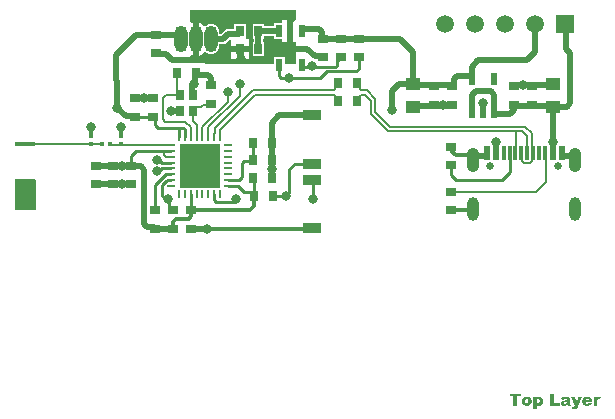
<source format=gtl>
G04*
G04 #@! TF.GenerationSoftware,Altium Limited,Altium Designer,24.0.1 (36)*
G04*
G04 Layer_Physical_Order=1*
G04 Layer_Color=255*
%FSLAX44Y44*%
%MOMM*%
G71*
G04*
G04 #@! TF.SameCoordinates,F64AAE0E-53C9-4E3E-96B2-16B86AA6748B*
G04*
G04*
G04 #@! TF.FilePolarity,Positive*
G04*
G01*
G75*
%ADD10C,0.2500*%
%ADD11C,0.2000*%
%ADD12C,0.3000*%
%ADD18R,0.6000X1.1000*%
%ADD19R,0.7000X0.9000*%
%ADD20R,0.3500X0.3500*%
%ADD21R,1.3000X1.0000*%
%ADD22R,0.9000X0.7000*%
%ADD23R,0.6000X1.1000*%
%ADD24O,0.7500X0.2500*%
%ADD25O,0.2500X0.7500*%
%ADD26R,3.5000X3.8000*%
%ADD27R,1.6000X0.9000*%
%ADD28R,0.3500X0.3500*%
%ADD29R,0.7500X0.8500*%
%ADD30R,1.8000X0.4000*%
%ADD31R,0.3000X1.1500*%
%ADD32R,0.6000X1.1500*%
%ADD56C,0.5000*%
%ADD57C,0.1908*%
%ADD58R,1.5000X1.5000*%
%ADD59C,1.5000*%
%ADD60O,1.1080X2.2600*%
%ADD61C,0.6500*%
%ADD62O,1.0500X2.1000*%
%ADD63O,1.0000X2.0000*%
%ADD64C,0.8000*%
%ADD65C,0.7000*%
G36*
X29494Y50500D02*
X11529D01*
Y25500D01*
X29494D01*
Y50500D01*
D02*
G37*
G36*
X250000Y186250D02*
X247500D01*
Y176750D01*
Y167250D01*
X250000D01*
Y155274D01*
X249976D01*
Y149000D01*
X240024D01*
Y155274D01*
X230976D01*
Y149000D01*
X172400D01*
Y149500D01*
X160000D01*
Y156013D01*
X161270Y156682D01*
X162600Y156131D01*
Y170099D01*
Y184067D01*
X161270Y183516D01*
X160000Y184185D01*
Y195000D01*
X250000D01*
Y186250D01*
D02*
G37*
G36*
X455824Y-132683D02*
X455935D01*
X456046Y-132696D01*
X456198Y-132724D01*
X456351Y-132766D01*
X456517Y-132807D01*
X456697Y-132877D01*
X456892Y-132946D01*
X457072Y-133043D01*
X457266Y-133154D01*
X457446Y-133279D01*
X457627Y-133431D01*
X457807Y-133612D01*
X457959Y-133806D01*
X457973Y-133820D01*
X458001Y-133861D01*
X458029Y-133917D01*
X458084Y-134000D01*
X458154Y-134111D01*
X458223Y-134250D01*
X458292Y-134402D01*
X458376Y-134569D01*
X458445Y-134763D01*
X458514Y-134971D01*
X458583Y-135207D01*
X458653Y-135456D01*
X458708Y-135706D01*
X458736Y-135983D01*
X458764Y-136274D01*
X458778Y-136580D01*
Y-136593D01*
Y-136663D01*
Y-136760D01*
X458764Y-136885D01*
X458750Y-137037D01*
X458736Y-137204D01*
X458708Y-137412D01*
X458667Y-137620D01*
X458556Y-138063D01*
X458486Y-138299D01*
X458403Y-138535D01*
X458306Y-138757D01*
X458181Y-138979D01*
X458043Y-139187D01*
X457890Y-139381D01*
X457876Y-139395D01*
X457849Y-139423D01*
X457807Y-139464D01*
X457738Y-139534D01*
X457640Y-139603D01*
X457543Y-139686D01*
X457419Y-139769D01*
X457280Y-139853D01*
X457127Y-139950D01*
X456961Y-140033D01*
X456781Y-140116D01*
X456586Y-140185D01*
X456378Y-140255D01*
X456157Y-140296D01*
X455921Y-140324D01*
X455671Y-140338D01*
X455560D01*
X455435Y-140324D01*
X455283Y-140310D01*
X455089Y-140282D01*
X454894Y-140241D01*
X454687Y-140185D01*
X454478Y-140116D01*
X454451Y-140102D01*
X454395Y-140074D01*
X454284Y-140019D01*
X454160Y-139950D01*
X454021Y-139853D01*
X453854Y-139742D01*
X453702Y-139617D01*
X453535Y-139464D01*
Y-142959D01*
X450692D01*
Y-132835D01*
X453327D01*
Y-133917D01*
X453355Y-133903D01*
X453424Y-133820D01*
X453521Y-133695D01*
X453660Y-133556D01*
X453813Y-133404D01*
X453979Y-133251D01*
X454146Y-133112D01*
X454326Y-133001D01*
X454340D01*
X454354Y-132988D01*
X454437Y-132946D01*
X454562Y-132891D01*
X454728Y-132835D01*
X454922Y-132780D01*
X455158Y-132724D01*
X455408Y-132683D01*
X455685Y-132669D01*
X455754D01*
X455824Y-132683D01*
D02*
G37*
G36*
X506513D02*
X506679Y-132710D01*
X506887Y-132766D01*
X507123Y-132835D01*
X507373Y-132932D01*
X507650Y-133057D01*
X506776Y-135068D01*
X506749Y-135054D01*
X506693Y-135040D01*
X506610Y-134999D01*
X506485Y-134957D01*
X506235Y-134888D01*
X506110Y-134874D01*
X505986Y-134860D01*
X505889D01*
X505792Y-134888D01*
X505667Y-134915D01*
X505528Y-134971D01*
X505389Y-135054D01*
X505251Y-135165D01*
X505126Y-135317D01*
Y-135331D01*
X505112Y-135345D01*
X505084Y-135387D01*
X505056Y-135442D01*
X505029Y-135526D01*
X504987Y-135609D01*
X504946Y-135734D01*
X504918Y-135858D01*
X504876Y-136011D01*
X504835Y-136191D01*
X504793Y-136385D01*
X504765Y-136607D01*
X504738Y-136843D01*
X504710Y-137107D01*
X504696Y-137398D01*
Y-137717D01*
Y-140171D01*
X501867D01*
Y-132835D01*
X504502D01*
Y-134028D01*
X504516Y-134014D01*
X504543Y-133972D01*
X504571Y-133917D01*
X504641Y-133778D01*
X504738Y-133612D01*
X504862Y-133445D01*
X504987Y-133265D01*
X505126Y-133099D01*
X505278Y-132974D01*
X505292Y-132960D01*
X505348Y-132932D01*
X505431Y-132877D01*
X505556Y-132821D01*
X505695Y-132766D01*
X505875Y-132710D01*
X506069Y-132683D01*
X506277Y-132669D01*
X506388D01*
X506513Y-132683D01*
D02*
G37*
G36*
X488678Y-140671D02*
Y-140685D01*
X488650Y-140726D01*
X488623Y-140796D01*
X488595Y-140879D01*
X488553Y-140990D01*
X488498Y-141115D01*
X488359Y-141392D01*
X488206Y-141697D01*
X488040Y-141988D01*
X487860Y-142266D01*
X487763Y-142377D01*
X487665Y-142474D01*
X487652Y-142487D01*
X487638Y-142501D01*
X487582Y-142529D01*
X487527Y-142571D01*
X487444Y-142626D01*
X487360Y-142682D01*
X487236Y-142737D01*
X487111Y-142807D01*
X486958Y-142862D01*
X486792Y-142931D01*
X486612Y-142987D01*
X486417Y-143028D01*
X486195Y-143084D01*
X485960Y-143112D01*
X485710Y-143125D01*
X485433Y-143139D01*
X485252D01*
X485169Y-143125D01*
X485072D01*
X484975Y-143112D01*
X484850D01*
X484698Y-143098D01*
X484545Y-143084D01*
X484379Y-143070D01*
X484198Y-143056D01*
X483990Y-143028D01*
X483782Y-143001D01*
X483547Y-142973D01*
X483339Y-141004D01*
X483353D01*
X483366Y-141017D01*
X483450Y-141031D01*
X483560Y-141059D01*
X483727Y-141101D01*
X483935Y-141142D01*
X484157Y-141170D01*
X484407Y-141184D01*
X484684Y-141198D01*
X484767D01*
X484864Y-141184D01*
X484975Y-141170D01*
X485100Y-141142D01*
X485239Y-141101D01*
X485363Y-141045D01*
X485488Y-140962D01*
X485502Y-140948D01*
X485544Y-140920D01*
X485599Y-140865D01*
X485668Y-140782D01*
X485752Y-140671D01*
X485835Y-140532D01*
X485932Y-140366D01*
X486015Y-140171D01*
X482936Y-132835D01*
X485904D01*
X487416Y-137731D01*
X488830Y-132835D01*
X491604D01*
X488678Y-140671D01*
D02*
G37*
G36*
X478415Y-132683D02*
X478693D01*
X479025Y-132710D01*
X479358Y-132738D01*
X479691Y-132766D01*
X479996Y-132821D01*
X480038D01*
X480066Y-132835D01*
X480121Y-132849D01*
X480274Y-132891D01*
X480454Y-132946D01*
X480648Y-133029D01*
X480870Y-133126D01*
X481078Y-133251D01*
X481286Y-133404D01*
X481300Y-133418D01*
X481342Y-133459D01*
X481411Y-133528D01*
X481494Y-133639D01*
X481577Y-133764D01*
X481674Y-133917D01*
X481772Y-134083D01*
X481855Y-134291D01*
X481869Y-134319D01*
X481882Y-134388D01*
X481924Y-134499D01*
X481966Y-134638D01*
X481993Y-134804D01*
X482035Y-134985D01*
X482049Y-135179D01*
X482063Y-135373D01*
Y-138618D01*
Y-138646D01*
Y-138701D01*
Y-138799D01*
X482077Y-138910D01*
Y-139048D01*
X482090Y-139173D01*
X482104Y-139312D01*
X482118Y-139436D01*
Y-139450D01*
X482132Y-139492D01*
X482146Y-139547D01*
X482188Y-139631D01*
X482215Y-139742D01*
X482271Y-139866D01*
X482340Y-140019D01*
X482409Y-140171D01*
X479774D01*
Y-140158D01*
X479747Y-140130D01*
X479719Y-140074D01*
X479691Y-140019D01*
X479608Y-139866D01*
X479552Y-139742D01*
Y-139728D01*
Y-139714D01*
X479539Y-139672D01*
X479525Y-139631D01*
X479511Y-139561D01*
X479497Y-139478D01*
X479483Y-139381D01*
X479469Y-139270D01*
X479442Y-139298D01*
X479372Y-139353D01*
X479261Y-139450D01*
X479123Y-139561D01*
X478956Y-139700D01*
X478762Y-139825D01*
X478568Y-139936D01*
X478360Y-140033D01*
X478346D01*
X478332Y-140047D01*
X478290Y-140061D01*
X478221Y-140074D01*
X478152Y-140102D01*
X478069Y-140130D01*
X477861Y-140185D01*
X477611Y-140241D01*
X477320Y-140296D01*
X476987Y-140324D01*
X476626Y-140338D01*
X476502D01*
X476404Y-140324D01*
X476307D01*
X476169Y-140310D01*
X475877Y-140269D01*
X475558Y-140185D01*
X475226Y-140088D01*
X474907Y-139936D01*
X474768Y-139853D01*
X474629Y-139742D01*
X474615Y-139728D01*
X474602Y-139714D01*
X474518Y-139631D01*
X474421Y-139506D01*
X474296Y-139326D01*
X474172Y-139104D01*
X474061Y-138854D01*
X473977Y-138563D01*
X473964Y-138410D01*
X473950Y-138244D01*
Y-138230D01*
Y-138202D01*
Y-138161D01*
X473964Y-138105D01*
X473977Y-137952D01*
X474005Y-137758D01*
X474075Y-137536D01*
X474158Y-137301D01*
X474269Y-137079D01*
X474435Y-136871D01*
X474463Y-136843D01*
X474532Y-136788D01*
X474588Y-136732D01*
X474657Y-136691D01*
X474754Y-136635D01*
X474851Y-136566D01*
X474962Y-136496D01*
X475101Y-136441D01*
X475253Y-136371D01*
X475406Y-136302D01*
X475600Y-136233D01*
X475794Y-136177D01*
X476016Y-136122D01*
X476252Y-136066D01*
X476266D01*
X476321Y-136053D01*
X476404Y-136039D01*
X476515Y-136011D01*
X476640Y-135983D01*
X476779Y-135955D01*
X477112Y-135886D01*
X477458Y-135817D01*
X477791Y-135747D01*
X477958Y-135706D01*
X478096Y-135678D01*
X478221Y-135650D01*
X478318Y-135623D01*
X478346D01*
X478401Y-135595D01*
X478498Y-135567D01*
X478623Y-135526D01*
X478776Y-135470D01*
X478942Y-135415D01*
X479123Y-135345D01*
X479317Y-135276D01*
Y-135248D01*
Y-135193D01*
X479303Y-135096D01*
X479289Y-134999D01*
X479261Y-134874D01*
X479220Y-134749D01*
X479164Y-134652D01*
X479095Y-134555D01*
X479081Y-134541D01*
X479053Y-134527D01*
X478998Y-134485D01*
X478915Y-134444D01*
X478817Y-134416D01*
X478679Y-134375D01*
X478526Y-134361D01*
X478332Y-134347D01*
X478221D01*
X478096Y-134361D01*
X477944Y-134375D01*
X477777Y-134402D01*
X477597Y-134444D01*
X477431Y-134499D01*
X477292Y-134569D01*
X477278Y-134583D01*
X477250Y-134610D01*
X477195Y-134652D01*
X477139Y-134721D01*
X477070Y-134804D01*
X477001Y-134915D01*
X476931Y-135054D01*
X476862Y-135220D01*
X474172Y-134929D01*
Y-134915D01*
X474185Y-134902D01*
X474199Y-134818D01*
X474227Y-134693D01*
X474282Y-134527D01*
X474338Y-134361D01*
X474407Y-134180D01*
X474504Y-134000D01*
X474602Y-133834D01*
X474615Y-133820D01*
X474657Y-133764D01*
X474726Y-133681D01*
X474809Y-133584D01*
X474934Y-133473D01*
X475073Y-133362D01*
X475239Y-133237D01*
X475434Y-133126D01*
X475448Y-133112D01*
X475503Y-133085D01*
X475586Y-133043D01*
X475711Y-133001D01*
X475863Y-132946D01*
X476044Y-132891D01*
X476266Y-132835D01*
X476502Y-132794D01*
X476529D01*
X476571Y-132780D01*
X476626D01*
X476765Y-132752D01*
X476945Y-132724D01*
X477153Y-132710D01*
X477403Y-132683D01*
X477680Y-132669D01*
X478290D01*
X478415Y-132683D01*
D02*
G37*
G36*
X468180Y-137675D02*
X473062D01*
Y-140171D01*
X465046D01*
Y-130034D01*
X468180D01*
Y-137675D01*
D02*
G37*
G36*
X440014Y-132530D02*
X436824D01*
Y-140171D01*
X433690D01*
Y-132530D01*
X430500D01*
Y-130034D01*
X440014D01*
Y-132530D01*
D02*
G37*
G36*
X496458Y-132683D02*
X496583D01*
X496735Y-132696D01*
X496916Y-132710D01*
X497096Y-132724D01*
X497484Y-132794D01*
X497900Y-132877D01*
X498303Y-132988D01*
X498497Y-133071D01*
X498677Y-133154D01*
X498691D01*
X498719Y-133182D01*
X498760Y-133209D01*
X498830Y-133237D01*
X498996Y-133348D01*
X499190Y-133501D01*
X499412Y-133695D01*
X499648Y-133931D01*
X499870Y-134222D01*
X500064Y-134541D01*
Y-134555D01*
X500092Y-134583D01*
X500106Y-134638D01*
X500147Y-134707D01*
X500175Y-134790D01*
X500216Y-134902D01*
X500258Y-135026D01*
X500313Y-135179D01*
X500355Y-135331D01*
X500397Y-135512D01*
X500438Y-135706D01*
X500480Y-135914D01*
X500508Y-136136D01*
X500535Y-136385D01*
X500549Y-136635D01*
Y-136898D01*
Y-137204D01*
X494905D01*
Y-137218D01*
Y-137231D01*
X494919Y-137315D01*
X494947Y-137439D01*
X494974Y-137578D01*
X495030Y-137745D01*
X495085Y-137911D01*
X495168Y-138077D01*
X495265Y-138216D01*
X495279Y-138230D01*
X495335Y-138285D01*
X495432Y-138369D01*
X495557Y-138452D01*
X495709Y-138535D01*
X495890Y-138618D01*
X496097Y-138674D01*
X496333Y-138688D01*
X496403D01*
X496486Y-138674D01*
X496583Y-138660D01*
X496708Y-138646D01*
X496846Y-138604D01*
X496985Y-138563D01*
X497124Y-138493D01*
X497138Y-138479D01*
X497165Y-138466D01*
X497207Y-138438D01*
X497276Y-138383D01*
X497346Y-138313D01*
X497429Y-138230D01*
X497526Y-138133D01*
X497623Y-138022D01*
X500397Y-138272D01*
X500383Y-138285D01*
X500369Y-138313D01*
X500327Y-138383D01*
X500286Y-138452D01*
X500216Y-138549D01*
X500147Y-138646D01*
X499967Y-138882D01*
X499745Y-139145D01*
X499481Y-139409D01*
X499176Y-139658D01*
X499024Y-139769D01*
X498857Y-139866D01*
X498843D01*
X498816Y-139880D01*
X498760Y-139908D01*
X498691Y-139936D01*
X498594Y-139977D01*
X498483Y-140019D01*
X498344Y-140061D01*
X498192Y-140102D01*
X498025Y-140144D01*
X497831Y-140185D01*
X497623Y-140227D01*
X497387Y-140269D01*
X497138Y-140296D01*
X496874Y-140324D01*
X496583Y-140338D01*
X496042D01*
X495917Y-140324D01*
X495779Y-140310D01*
X495612D01*
X495446Y-140282D01*
X495071Y-140241D01*
X494697Y-140171D01*
X494322Y-140074D01*
X494142Y-140005D01*
X493976Y-139936D01*
X493962D01*
X493934Y-139922D01*
X493893Y-139894D01*
X493837Y-139853D01*
X493684Y-139755D01*
X493490Y-139617D01*
X493268Y-139436D01*
X493046Y-139215D01*
X492811Y-138937D01*
X492589Y-138632D01*
Y-138618D01*
X492561Y-138590D01*
X492533Y-138535D01*
X492506Y-138466D01*
X492464Y-138383D01*
X492422Y-138285D01*
X492367Y-138161D01*
X492325Y-138036D01*
X492270Y-137883D01*
X492214Y-137717D01*
X492131Y-137356D01*
X492076Y-136954D01*
X492048Y-136524D01*
Y-136510D01*
Y-136441D01*
X492062Y-136358D01*
Y-136233D01*
X492076Y-136094D01*
X492103Y-135928D01*
X492145Y-135734D01*
X492187Y-135526D01*
X492242Y-135317D01*
X492312Y-135082D01*
X492408Y-134860D01*
X492506Y-134624D01*
X492630Y-134388D01*
X492783Y-134166D01*
X492949Y-133945D01*
X493144Y-133736D01*
X493157Y-133723D01*
X493199Y-133695D01*
X493255Y-133639D01*
X493352Y-133570D01*
X493462Y-133487D01*
X493587Y-133404D01*
X493754Y-133307D01*
X493934Y-133196D01*
X494142Y-133099D01*
X494364Y-133001D01*
X494627Y-132918D01*
X494891Y-132835D01*
X495182Y-132766D01*
X495501Y-132710D01*
X495834Y-132683D01*
X496195Y-132669D01*
X496347D01*
X496458Y-132683D01*
D02*
G37*
G36*
X445298D02*
X445450D01*
X445630Y-132710D01*
X445852Y-132738D01*
X446074Y-132780D01*
X446338Y-132835D01*
X446601Y-132904D01*
X446865Y-132988D01*
X447142Y-133085D01*
X447420Y-133209D01*
X447697Y-133362D01*
X447946Y-133528D01*
X448196Y-133736D01*
X448418Y-133958D01*
X448432Y-133972D01*
X448460Y-134000D01*
X448501Y-134069D01*
X448557Y-134139D01*
X448626Y-134236D01*
X448709Y-134361D01*
X448792Y-134499D01*
X448876Y-134652D01*
X448959Y-134832D01*
X449042Y-135026D01*
X449125Y-135234D01*
X449195Y-135456D01*
X449250Y-135692D01*
X449292Y-135942D01*
X449319Y-136205D01*
X449333Y-136482D01*
Y-136496D01*
Y-136552D01*
X449319Y-136649D01*
Y-136760D01*
X449306Y-136912D01*
X449278Y-137079D01*
X449236Y-137273D01*
X449195Y-137467D01*
X449125Y-137689D01*
X449056Y-137911D01*
X448959Y-138147D01*
X448848Y-138383D01*
X448723Y-138604D01*
X448571Y-138840D01*
X448390Y-139062D01*
X448196Y-139270D01*
X448182Y-139284D01*
X448141Y-139312D01*
X448085Y-139367D01*
X447988Y-139436D01*
X447877Y-139520D01*
X447738Y-139603D01*
X447572Y-139700D01*
X447392Y-139797D01*
X447184Y-139908D01*
X446948Y-140005D01*
X446684Y-140088D01*
X446407Y-140171D01*
X446116Y-140241D01*
X445797Y-140296D01*
X445450Y-140324D01*
X445090Y-140338D01*
X444923D01*
X444798Y-140324D01*
X444646Y-140310D01*
X444465Y-140296D01*
X444271Y-140269D01*
X444063Y-140227D01*
X443606Y-140116D01*
X443370Y-140047D01*
X443134Y-139963D01*
X442884Y-139866D01*
X442663Y-139742D01*
X442427Y-139603D01*
X442219Y-139450D01*
X442205Y-139436D01*
X442163Y-139395D01*
X442094Y-139339D01*
X442011Y-139242D01*
X441914Y-139131D01*
X441803Y-139007D01*
X441678Y-138840D01*
X441553Y-138674D01*
X441428Y-138466D01*
X441303Y-138244D01*
X441193Y-138008D01*
X441096Y-137745D01*
X441012Y-137467D01*
X440943Y-137176D01*
X440901Y-136857D01*
X440887Y-136524D01*
Y-136510D01*
Y-136455D01*
X440901Y-136358D01*
Y-136247D01*
X440929Y-136108D01*
X440943Y-135942D01*
X440984Y-135747D01*
X441026Y-135553D01*
X441082Y-135331D01*
X441165Y-135110D01*
X441248Y-134888D01*
X441359Y-134652D01*
X441484Y-134416D01*
X441636Y-134194D01*
X441817Y-133972D01*
X442011Y-133764D01*
X442025Y-133750D01*
X442066Y-133723D01*
X442136Y-133667D01*
X442219Y-133598D01*
X442330Y-133515D01*
X442468Y-133418D01*
X442635Y-133321D01*
X442829Y-133209D01*
X443037Y-133112D01*
X443259Y-133015D01*
X443522Y-132918D01*
X443786Y-132835D01*
X444091Y-132766D01*
X444396Y-132710D01*
X444729Y-132683D01*
X445090Y-132669D01*
X445187D01*
X445298Y-132683D01*
D02*
G37*
%LPC*%
G36*
X242500Y186250D02*
X238000D01*
Y183774D01*
X230976D01*
Y180728D01*
X222924D01*
Y182524D01*
X212876D01*
Y170476D01*
X213797D01*
Y167524D01*
X212876D01*
Y155476D01*
X222924D01*
Y167524D01*
X222003D01*
Y170476D01*
X222924D01*
Y172522D01*
X230976D01*
Y169726D01*
X238000D01*
Y167250D01*
X242500D01*
Y176750D01*
Y186250D01*
D02*
G37*
G36*
X167600Y184067D02*
Y170099D01*
Y156131D01*
X169407Y156879D01*
X171191Y158248D01*
X171661Y158861D01*
X173289Y158896D01*
X174237Y158168D01*
X175956Y157457D01*
X177800Y157214D01*
X179644Y157457D01*
X181362Y158168D01*
X182838Y159301D01*
X183970Y160776D01*
X184682Y162495D01*
X184925Y164339D01*
Y165996D01*
X188099D01*
X189669Y166308D01*
X191000Y167198D01*
X193330Y169528D01*
X194600Y169002D01*
Y164000D01*
X209600D01*
Y170000D01*
X208197D01*
X207124Y170476D01*
X207124Y171270D01*
Y182524D01*
X197076D01*
Y178603D01*
X192500D01*
X190930Y178291D01*
X189599Y177401D01*
X186399Y174202D01*
X184925D01*
Y175859D01*
X184682Y177703D01*
X183970Y179421D01*
X182838Y180897D01*
X181362Y182029D01*
X179644Y182741D01*
X177800Y182984D01*
X175956Y182741D01*
X174237Y182029D01*
X173289Y181301D01*
X171661Y181337D01*
X171191Y181950D01*
X169407Y183318D01*
X167600Y184067D01*
D02*
G37*
G36*
X209600Y159000D02*
X204600D01*
Y153000D01*
X209600D01*
Y159000D01*
D02*
G37*
G36*
X199600D02*
X194600D01*
Y153000D01*
X199600D01*
Y159000D01*
D02*
G37*
G36*
X454770Y-134735D02*
X454687D01*
X454576Y-134763D01*
X454451Y-134790D01*
X454312Y-134846D01*
X454160Y-134915D01*
X454007Y-135026D01*
X453868Y-135165D01*
X453854Y-135179D01*
X453813Y-135248D01*
X453757Y-135345D01*
X453688Y-135484D01*
X453619Y-135678D01*
X453563Y-135914D01*
X453521Y-136191D01*
X453508Y-136524D01*
Y-136538D01*
Y-136566D01*
Y-136607D01*
Y-136663D01*
X453521Y-136815D01*
X453549Y-137009D01*
X453591Y-137218D01*
X453660Y-137439D01*
X453743Y-137634D01*
X453868Y-137814D01*
X453882Y-137828D01*
X453938Y-137883D01*
X454021Y-137939D01*
X454132Y-138022D01*
X454257Y-138091D01*
X454423Y-138161D01*
X454603Y-138216D01*
X454797Y-138230D01*
X454881D01*
X454978Y-138202D01*
X455089Y-138174D01*
X455227Y-138133D01*
X455366Y-138063D01*
X455505Y-137966D01*
X455630Y-137828D01*
X455643Y-137814D01*
X455685Y-137745D01*
X455741Y-137647D01*
X455796Y-137509D01*
X455851Y-137315D01*
X455907Y-137079D01*
X455948Y-136802D01*
X455962Y-136469D01*
Y-136455D01*
Y-136427D01*
Y-136385D01*
Y-136316D01*
X455948Y-136164D01*
X455921Y-135969D01*
X455879Y-135761D01*
X455810Y-135539D01*
X455727Y-135345D01*
X455616Y-135165D01*
X455602Y-135151D01*
X455560Y-135096D01*
X455477Y-135026D01*
X455380Y-134943D01*
X455255Y-134874D01*
X455116Y-134804D01*
X454950Y-134749D01*
X454770Y-134735D01*
D02*
G37*
G36*
X479317Y-136691D02*
X479289Y-136704D01*
X479220Y-136718D01*
X479095Y-136760D01*
X478942Y-136815D01*
X478762Y-136871D01*
X478554Y-136940D01*
X478332Y-136996D01*
X478096Y-137065D01*
X478083D01*
X478055Y-137079D01*
X478013Y-137093D01*
X477958Y-137107D01*
X477805Y-137148D01*
X477639Y-137204D01*
X477444Y-137273D01*
X477264Y-137342D01*
X477112Y-137425D01*
X477056Y-137467D01*
X477001Y-137509D01*
X476987Y-137523D01*
X476959Y-137550D01*
X476931Y-137592D01*
X476890Y-137661D01*
X476807Y-137814D01*
X476779Y-137911D01*
X476765Y-138022D01*
Y-138036D01*
Y-138077D01*
X476779Y-138133D01*
X476793Y-138216D01*
X476820Y-138299D01*
X476862Y-138396D01*
X476917Y-138479D01*
X476987Y-138563D01*
X477001Y-138577D01*
X477029Y-138590D01*
X477084Y-138632D01*
X477167Y-138660D01*
X477264Y-138701D01*
X477375Y-138743D01*
X477514Y-138757D01*
X477680Y-138771D01*
X477763D01*
X477847Y-138757D01*
X477971Y-138743D01*
X478096Y-138715D01*
X478249Y-138674D01*
X478401Y-138618D01*
X478554Y-138549D01*
X478568Y-138535D01*
X478623Y-138507D01*
X478693Y-138466D01*
X478790Y-138396D01*
X478873Y-138313D01*
X478970Y-138230D01*
X479067Y-138119D01*
X479137Y-138008D01*
X479150Y-137994D01*
X479164Y-137952D01*
X479192Y-137869D01*
X479234Y-137772D01*
X479261Y-137647D01*
X479289Y-137509D01*
X479303Y-137342D01*
X479317Y-137148D01*
Y-136691D01*
D02*
G37*
G36*
X496306Y-134333D02*
X496278D01*
X496195Y-134347D01*
X496070Y-134361D01*
X495917Y-134402D01*
X495751Y-134458D01*
X495570Y-134555D01*
X495404Y-134693D01*
X495238Y-134874D01*
X495224Y-134888D01*
X495196Y-134929D01*
X495154Y-135012D01*
X495099Y-135123D01*
X495043Y-135262D01*
X494988Y-135428D01*
X494933Y-135623D01*
X494905Y-135858D01*
X497692D01*
Y-135844D01*
Y-135817D01*
X497678Y-135775D01*
Y-135720D01*
X497651Y-135581D01*
X497609Y-135401D01*
X497554Y-135220D01*
X497471Y-135026D01*
X497373Y-134846D01*
X497249Y-134693D01*
X497235Y-134680D01*
X497179Y-134638D01*
X497110Y-134583D01*
X496999Y-134513D01*
X496860Y-134444D01*
X496694Y-134388D01*
X496514Y-134347D01*
X496306Y-134333D01*
D02*
G37*
G36*
X445117Y-134610D02*
X445090D01*
X445020Y-134624D01*
X444909Y-134638D01*
X444757Y-134666D01*
X444604Y-134735D01*
X444438Y-134818D01*
X444258Y-134929D01*
X444105Y-135096D01*
X444091Y-135123D01*
X444049Y-135179D01*
X443980Y-135290D01*
X443911Y-135456D01*
X443828Y-135650D01*
X443772Y-135900D01*
X443717Y-136191D01*
X443703Y-136524D01*
Y-136538D01*
Y-136566D01*
Y-136621D01*
Y-136691D01*
X443717Y-136760D01*
X443731Y-136857D01*
X443758Y-137079D01*
X443800Y-137315D01*
X443869Y-137550D01*
X443966Y-137786D01*
X444091Y-137980D01*
X444105Y-137994D01*
X444160Y-138050D01*
X444258Y-138119D01*
X444368Y-138202D01*
X444521Y-138299D01*
X444687Y-138369D01*
X444882Y-138424D01*
X445103Y-138438D01*
X445131D01*
X445201Y-138424D01*
X445312Y-138410D01*
X445464Y-138383D01*
X445617Y-138327D01*
X445783Y-138244D01*
X445949Y-138133D01*
X446102Y-137980D01*
X446116Y-137952D01*
X446171Y-137897D01*
X446227Y-137786D01*
X446310Y-137620D01*
X446379Y-137412D01*
X446449Y-137162D01*
X446490Y-136857D01*
X446504Y-136496D01*
Y-136482D01*
Y-136455D01*
Y-136399D01*
Y-136344D01*
X446490Y-136177D01*
X446449Y-135969D01*
X446407Y-135734D01*
X446338Y-135498D01*
X446241Y-135276D01*
X446102Y-135082D01*
X446088Y-135068D01*
X446033Y-135012D01*
X445949Y-134929D01*
X445825Y-134846D01*
X445686Y-134763D01*
X445519Y-134680D01*
X445325Y-134624D01*
X445117Y-134610D01*
D02*
G37*
%LPD*%
D10*
X130500Y97500D02*
Y104100D01*
X256000Y146750D02*
X283286D01*
X244000Y137000D02*
X270000D01*
X237000D02*
X244000D01*
X110000Y71000D02*
X114500Y75500D01*
X110000Y62900D02*
Y71000D01*
X114500Y75500D02*
X143500D01*
X264000Y35000D02*
Y51000D01*
X303000Y145000D02*
Y154600D01*
X300726Y142726D02*
X303000Y145000D01*
X275726Y142726D02*
X300726D01*
X270000Y137000D02*
X275726Y142726D01*
X235500Y138500D02*
X237000Y137000D01*
X235500Y138500D02*
Y148250D01*
X284750Y148215D02*
Y152350D01*
X254500Y148250D02*
X256000Y146750D01*
X283286D02*
X284750Y148215D01*
Y152350D02*
X285000D01*
X287250Y154600D02*
X288000D01*
X285000Y152350D02*
X287250Y154600D01*
X430500Y57500D02*
Y73550D01*
X424000Y51000D02*
X430500Y57500D01*
X385000Y51000D02*
X424000D01*
X381000Y55000D02*
Y63100D01*
Y55000D02*
X385000Y51000D01*
X151000Y95000D02*
X154036D01*
X133000D02*
X151000D01*
X150500Y87500D02*
Y94500D01*
X151000Y95000D01*
X130500Y97500D02*
X133000Y95000D01*
X155500Y87500D02*
Y93535D01*
X154036Y95000D02*
X155500Y93535D01*
X113500Y104100D02*
X128500D01*
X244000Y40000D02*
Y60000D01*
X229900Y37000D02*
X241000D01*
X244000Y40000D01*
X248500Y64500D02*
X263000D01*
X244000Y60000D02*
X248500Y64500D01*
X196000Y32000D02*
X199000Y35000D01*
X195000Y32000D02*
X196000D01*
X183809D02*
X183833Y31976D01*
X182000Y32000D02*
X183809D01*
X183833Y31976D02*
X194976D01*
X195000Y32000D01*
X180500Y33500D02*
X182000Y32000D01*
X180500Y33500D02*
Y38500D01*
X213850Y38250D02*
Y52250D01*
X205750Y40250D02*
X211850D01*
X213850Y38250D01*
X200500Y45500D02*
X205750Y40250D01*
X192500Y45500D02*
X200500D01*
X213600Y52500D02*
X213850Y52250D01*
X213600Y67500D02*
Y82500D01*
X213100Y67000D02*
X213600Y67500D01*
X206000Y67000D02*
X213100D01*
X204000Y65000D02*
X206000Y67000D01*
X204000Y53000D02*
Y65000D01*
X201500Y50500D02*
X204000Y53000D01*
X192500Y50500D02*
X201500D01*
X160500Y25900D02*
Y38500D01*
Y25900D02*
X161000Y25400D01*
X142414Y27650D02*
X144664Y25400D01*
X145500D01*
X142414Y27650D02*
Y33586D01*
X141000Y35000D02*
X142414Y33586D01*
X139000Y35000D02*
X141000D01*
X136000Y38000D02*
X139000Y35000D01*
X136000Y46191D02*
X139333Y49524D01*
X140024D01*
X141000Y50500D01*
X143500D01*
X136000Y38000D02*
Y46191D01*
X130500Y25400D02*
Y46500D01*
X139500Y55500D02*
X143500D01*
X130500Y46500D02*
X139500Y55500D01*
X132000Y58000D02*
X133488D01*
X135988Y60500D02*
X143500D01*
X133488Y58000D02*
X135988Y60500D01*
X133488Y68000D02*
X135988Y65500D01*
X143500D01*
X132000Y68000D02*
X133488D01*
D11*
X192000Y116919D02*
Y125000D01*
X461000Y49000D02*
Y73050D01*
X460500Y73550D02*
X461000Y73050D01*
X381000Y40900D02*
X452900D01*
X461000Y49000D01*
X170500Y95419D02*
X192000Y116919D01*
X170500Y87500D02*
Y95419D01*
X176900Y114000D02*
X178000Y115100D01*
X171000Y114000D02*
X176900D01*
X162250Y109750D02*
X165000Y112500D01*
X162250Y109250D02*
Y109750D01*
X165000Y112500D02*
X169500D01*
X171000Y114000D01*
X162250Y100750D02*
Y109250D01*
Y100750D02*
X165500Y97500D01*
Y87500D02*
Y97500D01*
X151500Y123000D02*
X151750Y122750D01*
X149100Y125400D02*
X151500Y123000D01*
X149100Y125400D02*
Y141000D01*
X137000Y120000D02*
X140000Y123000D01*
X137000Y102000D02*
Y120000D01*
X140000Y123000D02*
X151500D01*
X137000Y102000D02*
X139000Y100000D01*
X156000D01*
X160500Y95500D01*
Y87500D02*
Y95500D01*
X138000Y72000D02*
Y75000D01*
X143404Y70596D02*
X143500Y70500D01*
X139404Y70596D02*
X143404D01*
X138000Y72000D02*
X139404Y70596D01*
D12*
X381000Y25100D02*
X398900D01*
X399800Y26000D01*
X398774Y71550D02*
X400168Y72944D01*
X385207Y71550D02*
X398774D01*
X382000Y74757D02*
Y77900D01*
Y74757D02*
X385207Y71550D01*
X381000Y78900D02*
X382000Y77900D01*
X262000Y9000D02*
X263000Y10000D01*
X174000Y9000D02*
X262000D01*
X101541Y87801D02*
Y96000D01*
X76000Y87801D02*
Y96000D01*
X213850Y28850D02*
Y38250D01*
X159000Y18000D02*
X161000Y20000D01*
Y25400D01*
X148000Y18000D02*
X159000D01*
X145500Y15500D02*
X148000Y18000D01*
X145500Y9600D02*
Y15500D01*
X210400Y25400D02*
X213850Y28850D01*
X161000Y25400D02*
X210400D01*
D18*
X254500Y176750D02*
D03*
X245000D02*
D03*
X235500D02*
D03*
Y148250D02*
D03*
X254500D02*
D03*
D19*
X202100Y176500D02*
D03*
X217900D02*
D03*
X202100Y161500D02*
D03*
X217900D02*
D03*
X285600Y132500D02*
D03*
X301400D02*
D03*
Y117500D02*
D03*
X285600D02*
D03*
X229400Y52500D02*
D03*
X213600D02*
D03*
X214100Y37000D02*
D03*
X229900D02*
D03*
X213600Y82500D02*
D03*
X229400D02*
D03*
X213600Y67500D02*
D03*
X229400D02*
D03*
X164900Y141000D02*
D03*
X149100D02*
D03*
D20*
X85358Y81313D02*
D03*
X91858D02*
D03*
D21*
X349000Y112300D02*
D03*
Y131700D02*
D03*
X467000Y112800D02*
D03*
Y132200D02*
D03*
D22*
X366500Y114600D02*
D03*
Y130400D02*
D03*
X381500Y114600D02*
D03*
Y130400D02*
D03*
X449500Y130400D02*
D03*
Y114600D02*
D03*
X434500Y130400D02*
D03*
Y114600D02*
D03*
X110000Y47100D02*
D03*
Y62900D02*
D03*
X80000Y47100D02*
D03*
Y62900D02*
D03*
X95000Y47100D02*
D03*
Y62900D02*
D03*
X303000Y170400D02*
D03*
Y154600D02*
D03*
X288000Y170400D02*
D03*
Y154600D02*
D03*
X272500Y154600D02*
D03*
Y170400D02*
D03*
X161000Y9600D02*
D03*
Y25400D02*
D03*
X130500Y9600D02*
D03*
Y25400D02*
D03*
X145500Y9600D02*
D03*
Y25400D02*
D03*
X131000Y173900D02*
D03*
Y158100D02*
D03*
X178000Y115100D02*
D03*
Y130900D02*
D03*
X113500Y119900D02*
D03*
Y104100D02*
D03*
X128500D02*
D03*
Y119900D02*
D03*
X381000Y40900D02*
D03*
Y25100D02*
D03*
Y63100D02*
D03*
Y78900D02*
D03*
D23*
X417602Y136500D02*
D03*
Y108500D02*
D03*
X408102D02*
D03*
X398602Y136500D02*
D03*
Y108500D02*
D03*
D24*
X143500Y80500D02*
D03*
Y75500D02*
D03*
Y70500D02*
D03*
Y65500D02*
D03*
Y60500D02*
D03*
Y55500D02*
D03*
Y50500D02*
D03*
Y45500D02*
D03*
X192500D02*
D03*
Y50500D02*
D03*
Y55500D02*
D03*
Y60500D02*
D03*
Y65500D02*
D03*
Y70500D02*
D03*
Y75500D02*
D03*
Y80500D02*
D03*
D25*
X150500Y38500D02*
D03*
X155500D02*
D03*
X160500D02*
D03*
X165500D02*
D03*
X170500D02*
D03*
X175500D02*
D03*
X180500D02*
D03*
X185500D02*
D03*
Y87500D02*
D03*
X180500D02*
D03*
X175500D02*
D03*
X170500D02*
D03*
X165500D02*
D03*
X160500D02*
D03*
X155500D02*
D03*
X150500D02*
D03*
D26*
X168000Y63000D02*
D03*
D27*
X263000Y10000D02*
D03*
Y51000D02*
D03*
Y64500D02*
D03*
Y105500D02*
D03*
D28*
X101541Y81301D02*
D03*
Y87801D02*
D03*
X76000Y81301D02*
D03*
Y87801D02*
D03*
D29*
X151750Y109250D02*
D03*
X162250D02*
D03*
X151750Y122750D02*
D03*
X162250D02*
D03*
D30*
X20500Y50000D02*
D03*
Y81000D02*
D03*
D31*
X425500Y73550D02*
D03*
X430500D02*
D03*
X435500D02*
D03*
X460500D02*
D03*
X455500D02*
D03*
X450500D02*
D03*
X440500D02*
D03*
X445500D02*
D03*
D32*
X467000D02*
D03*
X419000D02*
D03*
X475000D02*
D03*
X411000D02*
D03*
D56*
X229400Y99400D02*
X235500Y105500D01*
X263000D01*
X229400Y82500D02*
Y99400D01*
X331000Y110000D02*
Y126000D01*
X349650Y131050D02*
X380850D01*
X331000Y126000D02*
X336700Y131700D01*
X349000D01*
X165000Y156000D02*
Y169999D01*
X165100Y170099D01*
X161000Y152000D02*
X165000Y156000D01*
X245000Y162000D02*
X259000D01*
X202771Y152600D02*
X203100Y152929D01*
Y160500D01*
X202100Y161500D02*
X203100Y160500D01*
X112997Y104603D02*
X113500Y104100D01*
X105397Y104603D02*
X112997D01*
X98000Y112000D02*
X105397Y104603D01*
X97000Y135406D02*
Y157000D01*
Y135406D02*
X98000Y134406D01*
Y112000D02*
Y134406D01*
X102500Y62900D02*
X110000D01*
X95000D02*
X102500D01*
X110000D02*
X110544Y62356D01*
X118063D02*
X120992Y59427D01*
X123921Y10600D02*
X129500D01*
X120992Y13529D02*
X123921Y10600D01*
X110544Y62356D02*
X118063D01*
X129500Y10600D02*
X130500Y9600D01*
X120992Y13529D02*
Y59427D01*
X272500Y170400D02*
X337600D01*
X80000Y62900D02*
X95000D01*
X165100Y170099D02*
X166263Y171262D01*
X244500Y177250D02*
X245000Y176750D01*
X145000Y152000D02*
X161000D01*
X139900Y157100D02*
X145000Y152000D01*
X97000Y157000D02*
X113900Y173900D01*
X131000D01*
X254500Y176750D02*
Y178500D01*
X131000Y158100D02*
X132000Y157100D01*
X139900D01*
X131000Y173900D02*
X149591D01*
X217900Y161500D02*
Y176500D01*
X218025Y176625D02*
X235375D01*
X217900Y176500D02*
X218025Y176625D01*
X235375D02*
X235500Y176750D01*
X188099Y170099D02*
X192500Y174500D01*
X202100Y175500D02*
Y176500D01*
X201100Y174500D02*
X202100Y175500D01*
X192500Y174500D02*
X201100D01*
X177800Y170099D02*
X188099D01*
X265400Y155600D02*
X271500D01*
X272500Y154600D01*
X259000Y162000D02*
X265400Y155600D01*
X245000Y162000D02*
Y176750D01*
X254500Y178500D02*
X255000Y179000D01*
X269071D01*
X272000Y170900D02*
Y176071D01*
X269071Y179000D02*
X272000Y176071D01*
Y170900D02*
X272500Y170400D01*
X337600D02*
X349000Y159000D01*
Y131700D02*
Y159000D01*
X398602Y138500D02*
Y146602D01*
X383500Y136071D02*
X386429Y139000D01*
X383500Y131400D02*
Y136071D01*
X398602Y136500D02*
Y138500D01*
X398102Y139000D02*
X398602Y138500D01*
X386429Y139000D02*
X398102D01*
X381500Y130400D02*
X382500D01*
X383500Y131400D01*
X349000Y131700D02*
X349650Y131050D01*
X380850D02*
X381500Y130400D01*
X452400Y159400D02*
Y183000D01*
X445000Y152000D02*
X452400Y159400D01*
X404000Y152000D02*
X445000D01*
X398602Y146602D02*
X404000Y152000D01*
X435400Y113700D02*
X466100D01*
X477800Y183000D02*
X478000Y182800D01*
Y162000D02*
Y182800D01*
Y162000D02*
X482000Y158000D01*
Y116000D02*
Y158000D01*
X467000Y112800D02*
X478800D01*
X482000Y116000D01*
X350300Y113600D02*
X380500D01*
X349000Y112300D02*
X350300Y113600D01*
X380500D02*
X381500Y114600D01*
X398602Y108500D02*
Y122602D01*
X402000Y126000D01*
X414673D01*
X417602Y108500D02*
Y123071D01*
X414673Y126000D02*
X417602Y123071D01*
X408000Y108602D02*
Y116000D01*
Y108602D02*
X408102Y108500D01*
X435400Y131300D02*
X466100D01*
X434500Y130400D02*
X435400Y131300D01*
X466100D02*
X467000Y132200D01*
X417602Y107500D02*
Y108500D01*
X431071Y107000D02*
X434000Y109929D01*
Y114100D01*
X417602Y107500D02*
X418102Y107000D01*
X431071D01*
X434000Y114100D02*
X434500Y114600D01*
X466100Y113700D02*
X467000Y112800D01*
X434500Y114600D02*
X435400Y113700D01*
X467000Y83000D02*
Y112800D01*
X467000Y112800D02*
X467000Y112800D01*
Y83000D02*
X467000Y83000D01*
X475000Y71175D02*
X475500Y70675D01*
X483659D02*
X486200Y68134D01*
X475000Y71175D02*
Y73550D01*
X475500Y70675D02*
X483659D01*
X486200Y67800D02*
Y68134D01*
X399800D02*
X402341Y70675D01*
X411000Y71175D02*
Y73550D01*
X410500Y70675D02*
X411000Y71175D01*
X402341Y70675D02*
X410500D01*
X399800Y67800D02*
Y68134D01*
X163900Y140000D02*
X175071D01*
X178000Y137071D01*
Y130900D02*
Y137071D01*
X163900Y140000D02*
X163900Y140000D01*
X162250Y122750D02*
X163400Y123900D01*
X162000Y123000D02*
X162250Y122750D01*
X162000Y123000D02*
Y131000D01*
X163900Y132900D02*
Y140000D01*
X162000Y131000D02*
X163900Y132900D01*
X151625Y109125D02*
X151750Y109250D01*
X144000Y109000D02*
X144125Y109125D01*
X151625D01*
X113500Y119900D02*
X128500D01*
X161600Y9000D02*
X174000D01*
X161000Y9600D02*
X161600Y9000D01*
X229400Y67500D02*
Y82500D01*
Y52500D02*
Y67500D01*
X95000Y47100D02*
X110000D01*
X80000D02*
X95000D01*
X130500Y9600D02*
X145500D01*
X467000Y73550D02*
Y83000D01*
X419000Y73550D02*
Y83000D01*
D57*
X76000Y81313D02*
X85358D01*
X75699Y81000D02*
X76000Y81301D01*
X20500Y81000D02*
X75699D01*
X92837Y80500D02*
X101541D01*
X92630Y81329D02*
X92670Y81290D01*
X101541Y80500D02*
X143500D01*
X143387Y80613D02*
X143500Y80500D01*
X175500Y95500D02*
X202000Y122000D01*
Y132000D01*
X436000Y91992D02*
X441008D01*
X327348D02*
X436000D01*
X435500Y73550D02*
X436000Y74050D01*
Y91992D01*
X444954Y74096D02*
Y88046D01*
X441008Y91992D02*
X444954Y88046D01*
X329008Y96000D02*
X444000D01*
X449508Y73550D02*
Y90492D01*
Y66804D02*
Y73550D01*
X444000Y96000D02*
X449508Y90492D01*
X313000Y106340D02*
X327348Y91992D01*
X444954Y74096D02*
X445500Y73550D01*
X175500Y87500D02*
Y95500D01*
X440500Y73550D02*
X441046Y73004D01*
Y67249D02*
Y73004D01*
X448026Y65322D02*
X449508Y66804D01*
X441046Y67249D02*
X442974Y65322D01*
X448026D01*
X317008Y108000D02*
X329008Y96000D01*
X317008Y108000D02*
Y119656D01*
X308000Y122996D02*
X313000Y117996D01*
X305064Y127004D02*
X309660D01*
X317008Y119656D01*
X313000Y106340D02*
Y117996D01*
X305064Y122996D02*
X308000D01*
X301400Y117500D02*
X303946Y120046D01*
Y121878D01*
X305064Y122996D01*
X301400Y132500D02*
X303946Y129954D01*
Y128122D02*
Y129954D01*
Y128122D02*
X305064Y127004D01*
X185004Y93336D02*
X214664Y122996D01*
X180996Y90656D02*
Y94996D01*
X180500Y90160D02*
X180996Y90656D01*
X180500Y87500D02*
Y90160D01*
X185500Y87500D02*
Y90160D01*
X185004Y90656D02*
Y93336D01*
Y90656D02*
X185500Y90160D01*
X283054Y120046D02*
X285600Y117500D01*
X213004Y127004D02*
X281936D01*
X283054Y129954D02*
X285600Y132500D01*
X214664Y122996D02*
X281936D01*
X283054Y121878D01*
Y128122D02*
Y129954D01*
X281936Y127004D02*
X283054Y128122D01*
Y120046D02*
Y121878D01*
X180996Y94996D02*
X213004Y127004D01*
D58*
X477800Y183000D02*
D03*
D59*
X452400D02*
D03*
X427000D02*
D03*
X401600D02*
D03*
X376200D02*
D03*
D60*
X152400Y170099D02*
D03*
X177800D02*
D03*
X165100D02*
D03*
D61*
X414100Y62800D02*
D03*
X471900D02*
D03*
D62*
X486200Y67800D02*
D03*
X399800D02*
D03*
D63*
X486200Y26000D02*
D03*
X399800D02*
D03*
D64*
X331375Y110000D02*
D03*
X228375Y162000D02*
D03*
X202771Y153000D02*
D03*
X245500Y188000D02*
D03*
X228875D02*
D03*
X179000D02*
D03*
Y153000D02*
D03*
X195625Y188000D02*
D03*
X212250D02*
D03*
X245000Y162000D02*
D03*
X98000Y112000D02*
D03*
X101541Y96000D02*
D03*
X76000D02*
D03*
X102500Y62900D02*
D03*
X244000Y137000D02*
D03*
X192000Y125000D02*
D03*
X202000Y132000D02*
D03*
X263000Y147000D02*
D03*
X374000Y114000D02*
D03*
X408000Y116000D02*
D03*
X442000Y131000D02*
D03*
X162950Y131950D02*
D03*
X144000Y109000D02*
D03*
X121000Y119900D02*
D03*
X174000Y9000D02*
D03*
X241000Y37000D02*
D03*
X229400Y60000D02*
D03*
X199000Y35000D02*
D03*
X102500Y47100D02*
D03*
X264000Y35000D02*
D03*
X141000Y35000D02*
D03*
X467000Y83000D02*
D03*
X419000D02*
D03*
X132000Y58000D02*
D03*
Y68000D02*
D03*
D65*
X157000Y74000D02*
D03*
X168000D02*
D03*
X179000D02*
D03*
X157000Y63000D02*
D03*
X168000D02*
D03*
X179000D02*
D03*
X157000Y52000D02*
D03*
X168000D02*
D03*
X179000D02*
D03*
M02*

</source>
